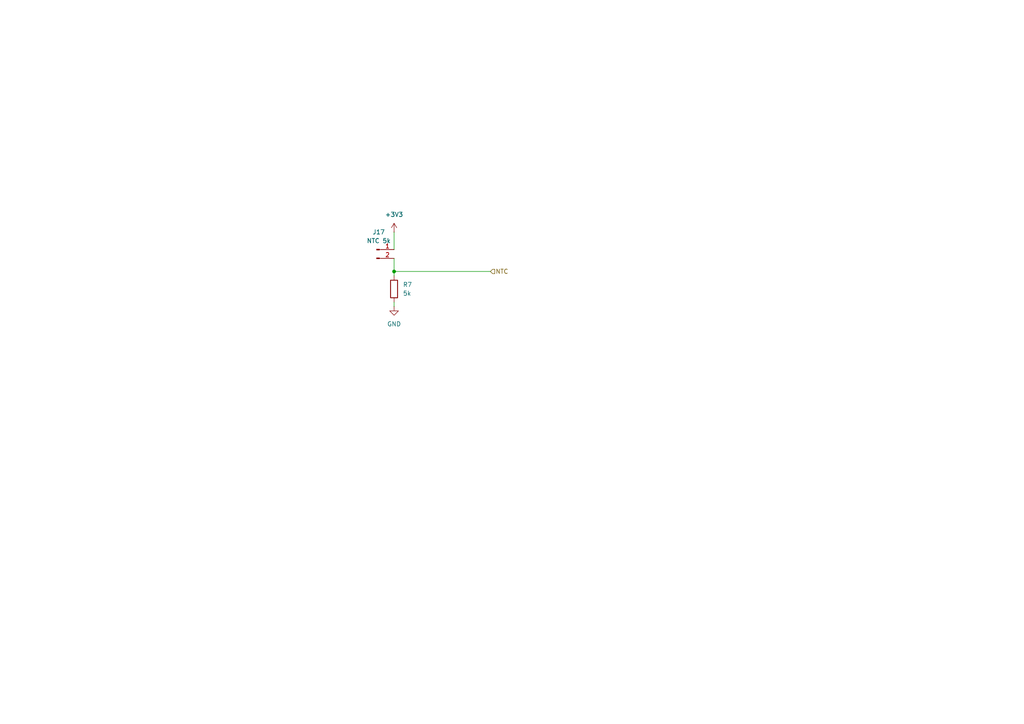
<source format=kicad_sch>
(kicad_sch (version 20231120) (generator "eeschema") (generator_version "8.0")
  (paper "A4")
  (lib_symbols
    (symbol "Connector:Conn_01x02_Pin" (pin_names (offset 1.016) hide)
      (property "Reference" "J" (at 0 2.54 0))
      (property "Value" "Conn_01x02_Pin" (at 0 -5.08 0))
      (symbol "Conn_01x02_Pin_1_1"
        (polyline (pts (xy 1.27 -2.54) (xy 0.8636 -2.54)) (stroke (width 0.1524)))
        (polyline (pts (xy 1.27 0) (xy 0.8636 0)) (stroke (width 0.1524)))
        (rectangle (start 0.8636 -2.413) (end 0 -2.667) (stroke (width 0.1524)) (fill (type outline)))
        (rectangle (start 0.8636 0.127) (end 0 -0.127) (stroke (width 0.1524)) (fill (type outline)))
        (pin passive line (at 5.08 0 180) (length 3.81) (name "Pin_1") (number "1"))
        (pin passive line (at 5.08 -2.54 180) (length 3.81) (name "Pin_2") (number "2"))
      )
    )
    (symbol "Device:R" (pin_numbers hide) (pin_names (offset 0))
      (property "Reference" "R" (at 2.032 0 90))
      (property "Value" "R" (at 0 0 90))
      (symbol "R_0_1"
        (rectangle (start -1.016 -2.54) (end 1.016 2.54) (stroke (width 0.254)))
      )
      (symbol "R_1_1"
        (pin passive line (at 0 3.81 270) (length 1.27) (name "~") (number "1"))
        (pin passive line (at 0 -3.81 90) (length 1.27) (name "~") (number "2"))
      )
    )
    (symbol "power:+3V3" (power) (pin_numbers hide) (pin_names (offset 0) hide)
      (property "Value" "+3V3" (at 0 3.556 0))
      (symbol "+3V3_0_1"
        (polyline (pts (xy -0.762 1.27) (xy 0 2.54)))
        (polyline (pts (xy 0 0) (xy 0 2.54)))
        (polyline (pts (xy 0 2.54) (xy 0.762 1.27)))
      )
      (symbol "+3V3_1_1"
        (pin power_in line (at 0 0 90) (length 0) (name "~") (number "1"))
      )
    )
    (symbol "power:GND" (power) (pin_numbers hide) (pin_names (offset 0) hide)
      (property "Value" "GND" (at 0 -3.81 0))
      (symbol "GND_0_1"
        (polyline (pts (xy 0 0) (xy 0 -1.27) (xy 1.27 -1.27) (xy 0 -2.54) (xy -1.27 -1.27) (xy 0 -1.27)))
      )
      (symbol "GND_1_1"
        (pin power_in line (at 0 0 270) (length 0) (name "~") (number "1"))
      )
    )
  )
  (junction (at 114.3 78.74))
  (wire (pts (xy 114.3 67.31) (xy 114.3 72.39)))
  (wire (pts (xy 114.3 74.93) (xy 114.3 78.74)))
  (wire (pts (xy 114.3 78.74) (xy 142.24 78.74)))
  (wire (pts (xy 114.3 78.74) (xy 114.3 80.01)))
  (wire (pts (xy 114.3 87.63) (xy 114.3 88.9)))
  (hierarchical_label "NTC" (shape input) (at 142.24 78.74 0))
  (symbol (lib_id "power:GND") (at 114.3 88.9 0) (unit 1)
    (property "Reference" "#PWR017" (effects (hide yes)))
    (property "Value" "GND" (at 114.3 93.98 0))
    (property "Description" "Power symbol creates a global label with name \"GND\" , ground" (effects (hide yes)))
  )
  (symbol (lib_id "Connector:Conn_01x02_Pin") (at 109.22 72.39 0) (unit 1)
    (property "Reference" "J17" (at 109.855 67.31 0))
    (property "Value" "NTC 5k" (at 109.855 69.85 0))
    (property "Footprint" "TerminalBlock:TerminalBlock_bornier-2_P5.08mm" (effects (hide yes)))
    (property "Description" "Generic connector, single row, 01x02, script generated" (effects (hide yes)))
  )
  (symbol (lib_id "Device:R") (at 114.3 83.82 0) (unit 1)
    (property "Reference" "R7" (at 116.84 82.5499 0) (effects (justify left)))
    (property "Value" "5k" (at 116.84 85.0899 0) (effects (justify left)))
    (property "Footprint" "Resistor_THT:R_Axial_DIN0204_L3.6mm_D1.6mm_P7.62mm_Horizontal" (effects (hide yes)))
    (property "Description" "Resistor" (effects (hide yes)))
  )
  (symbol (lib_id "power:+3V3") (at 114.3 67.31 0) (unit 1)
    (property "Reference" "#PWR016" (effects (hide yes)))
    (property "Value" "+3V3" (at 114.3 62.23 0))
    (property "Description" "Power symbol creates a global label with name \"+3V3\"" (effects (hide yes)))
  )
)
</source>
